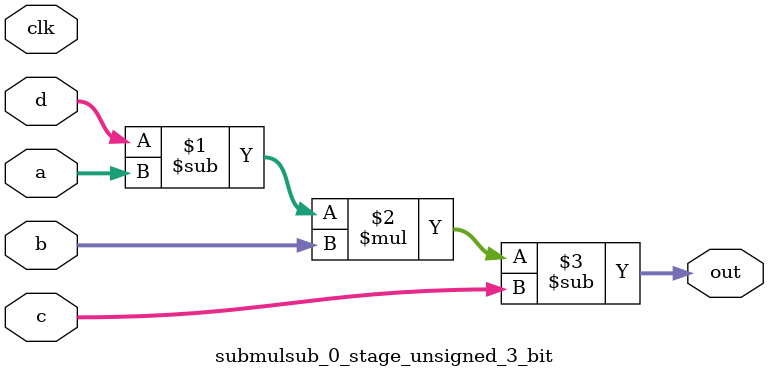
<source format=sv>
(* use_dsp = "yes" *) module submulsub_0_stage_unsigned_3_bit(
	input  [2:0] a,
	input  [2:0] b,
	input  [2:0] c,
	input  [2:0] d,
	output [2:0] out,
	input clk);

	assign out = ((d - a) * b) - c;
endmodule

</source>
